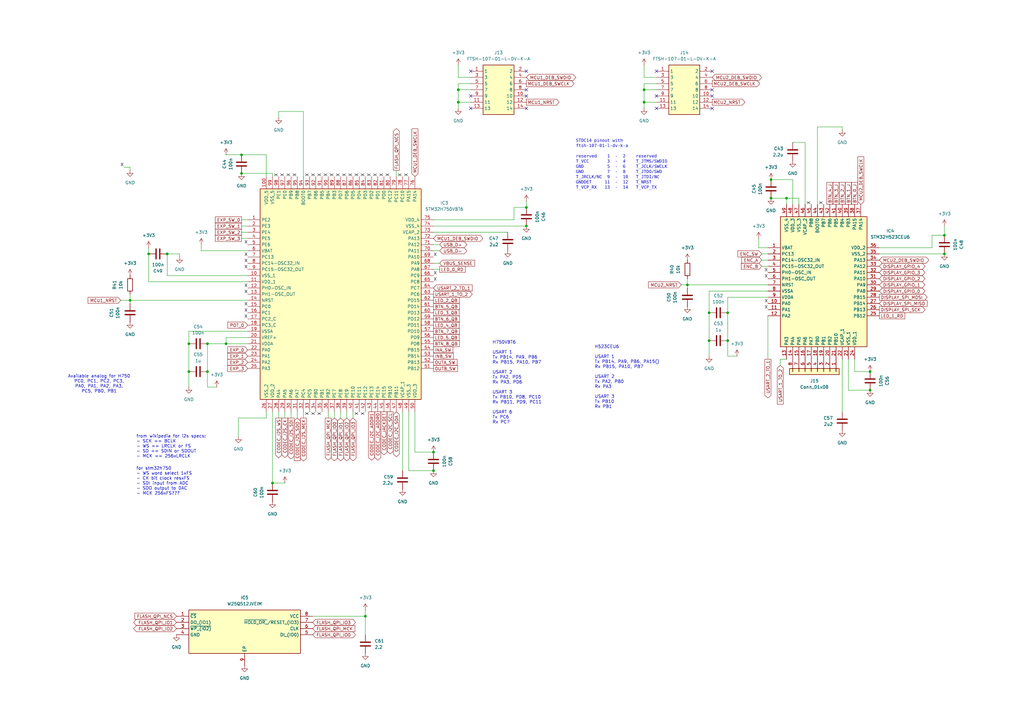
<source format=kicad_sch>
(kicad_sch (version 20250114) (generator "eeschema") (generator_version "9.0")
  (paper "A3")
  (text "H523CEU6\n\nUSART 1\nTx PB14, PA9, PB6, PA15()\nRx PB15, PA10, PB7\n\nUSART 2\nTx PA2, PB0\nRx PA3\n\nUSART 3\nTx PB10\nRx PB1" (at 243.84 167.64 0) (effects (font (size 1.27 1.27)) (justify left bottom)))
  (text "for stm32h750\n- WS word select 1xFS\n- CK bit clock resxFS\n- SDI input from ADC\n- SDO output to DAC\n- MCK 256xFS???" (at 55.88 203.2 0) (effects (font (size 1.27 1.27)) (justify left bottom)))
  (text "H750VBT6\n\nUSART 1\nTx PB14, PA9, PB6\nRx PB15, PA10, PB7\n\nUSART 2\nTx PA2, PD5\nRx PA3, PD6\n\nUSART 3\nTx PB10, PD8, PC10\nRx PB11, PD9, PC11\n\nUSART 6\nTx PC6\nRx PC7" (at 201.93 173.99 0) (effects (font (size 1.27 1.27)) (justify left bottom)))
  (text "STDC14 pinout with\nftsh-107-01-l-dv-k-a\n\nreserved    1  -  2    reserved\nT_VCC       3  -  4    T_JTMS/SWDIO\nGND         5  -  6    T_JCLK/SWCLK\nGND         7  -  8    T_JTDO/SWO\nT_JRCLK/NC  9  -  10   T_JTDI/NC\nGNDDET     11  -  12   T_NRST\nT_VCP_RX   13  -  14   T_VCP_TX" (at 236.22 67.818 0) (effects (font (size 1.27 1.27)) (justify left)))
  (text "from wikipedia for i2s specs:\n- SCK == BCLK\n- WS == LRCLK or FS\n- SD == SDIN or SDOUT\n- MCK == 256xLRCLK\n" (at 55.88 187.96 0) (effects (font (size 1.27 1.27)) (justify left bottom)))
  (text "Available analog for H750\nPC0, PC1, PC2, PC3,\nPA0, PA1, PA2, PA3,\nPC5, PB0, PB1" (at 40.64 157.48 0) (effects (font (size 1.27 1.27))))
  (junction (at 215.9 92.71))
  (junction (at 290.83 128.27))
  (junction (at 290.83 139.7))
  (junction (at 68.58 104.14))
  (junction (at 187.96 41.91))
  (junction (at 387.35 96.52))
  (junction (at 187.96 36.83))
  (junction (at 77.47 140.97))
  (junction (at 215.9 85.09))
  (junction (at 99.06 71.12))
  (junction (at 85.09 152.4))
  (junction (at 316.23 81.28))
  (junction (at 77.47 152.4))
  (junction (at 298.45 139.7))
  (junction (at 111.76 198.12))
  (junction (at 322.58 81.28))
  (junction (at 177.8 185.42))
  (junction (at 264.16 41.91))
  (junction (at 387.35 104.14))
  (junction (at 281.94 116.84))
  (junction (at 92.71 140.97))
  (junction (at 356.87 160.02))
  (junction (at 316.23 73.66))
  (junction (at 149.86 252.73))
  (junction (at 85.09 140.97))
  (junction (at 298.45 128.27))
  (junction (at 356.87 152.4))
  (junction (at 53.34 123.19))
  (junction (at 264.16 36.83))
  (junction (at 177.8 193.04))
  (junction (at 60.96 104.14))
  (junction (at 99.06 63.5))
  (no_connect (at 292.1 36.83))
  (no_connect (at 269.24 44.45))
  (no_connect (at 215.9 44.45))
  (no_connect (at 215.9 39.37))
  (no_connect (at 193.04 39.37))
  (no_connect (at 269.24 39.37))
  (no_connect (at 292.1 44.45))
  (no_connect (at 193.04 44.45))
  (no_connect (at 215.9 29.21))
  (no_connect (at 269.24 29.21))
  (no_connect (at 215.9 36.83))
  (no_connect (at 292.1 39.37))
  (no_connect (at 292.1 29.21))
  (no_connect (at 193.04 29.21))
  (wire (pts (xy 264.16 31.75) (xy 269.24 31.75)))
  (wire (pts (xy 60.96 115.57) (xy 101.6 115.57)))
  (wire (pts (xy 85.09 140.97) (xy 85.09 152.4)))
  (wire (pts (xy 53.34 124.46) (xy 53.34 123.19)))
  (wire (pts (xy 335.28 52.07) (xy 335.28 83.82)))
  (wire (pts (xy 281.94 118.11) (xy 281.94 116.84)))
  (wire (pts (xy 49.53 123.19) (xy 53.34 123.19)))
  (wire (pts (xy 316.23 81.28) (xy 322.58 81.28)))
  (wire (pts (xy 177.8 90.17) (xy 210.82 90.17)))
  (wire (pts (xy 187.96 26.67) (xy 187.96 31.75)))
  (wire (pts (xy 382.27 101.6) (xy 360.68 101.6)))
  (wire (pts (xy 180.34 107.95) (xy 177.8 107.95)))
  (wire (pts (xy 114.3 45.72) (xy 124.46 45.72)))
  (wire (pts (xy 53.34 120.65) (xy 53.34 123.19)))
  (wire (pts (xy 302.26 146.05) (xy 298.45 146.05)))
  (wire (pts (xy 137.16 171.45) (xy 137.16 168.91)))
  (wire (pts (xy 311.15 97.79) (xy 311.15 101.6)))
  (wire (pts (xy 345.44 168.91) (xy 345.44 147.32)))
  (wire (pts (xy 298.45 128.27) (xy 298.45 139.7)))
  (wire (pts (xy 77.47 152.4) (xy 77.47 158.75)))
  (wire (pts (xy 77.47 135.89) (xy 77.47 140.97)))
  (wire (pts (xy 382.27 96.52) (xy 382.27 101.6)))
  (wire (pts (xy 114.3 171.45) (xy 114.3 168.91)))
  (wire (pts (xy 347.98 160.02) (xy 356.87 160.02)))
  (wire (pts (xy 77.47 140.97) (xy 77.47 152.4)))
  (wire (pts (xy 99.06 95.25) (xy 101.6 95.25)))
  (wire (pts (xy 128.27 252.73) (xy 149.86 252.73)))
  (wire (pts (xy 187.96 34.29) (xy 187.96 36.83)))
  (wire (pts (xy 53.34 68.58) (xy 53.34 69.85)))
  (wire (pts (xy 124.46 171.45) (xy 124.46 168.91)))
  (wire (pts (xy 167.64 193.04) (xy 167.64 168.91)))
  (wire (pts (xy 311.15 101.6) (xy 314.96 101.6)))
  (wire (pts (xy 187.96 31.75) (xy 193.04 31.75)))
  (wire (pts (xy 60.96 104.14) (xy 60.96 115.57)))
  (wire (pts (xy 187.96 44.45) (xy 187.96 41.91)))
  (wire (pts (xy 314.96 129.54) (xy 314.96 147.32)))
  (wire (pts (xy 92.71 63.5) (xy 99.06 63.5)))
  (wire (pts (xy 193.04 34.29) (xy 187.96 34.29)))
  (wire (pts (xy 116.84 171.45) (xy 116.84 168.91)))
  (wire (pts (xy 327.66 81.28) (xy 322.58 81.28)))
  (wire (pts (xy 187.96 41.91) (xy 193.04 41.91)))
  (wire (pts (xy 264.16 26.67) (xy 264.16 31.75)))
  (wire (pts (xy 320.04 147.32) (xy 322.58 147.32)))
  (wire (pts (xy 124.46 45.72) (xy 124.46 72.39)))
  (wire (pts (xy 264.16 34.29) (xy 264.16 36.83)))
  (wire (pts (xy 88.9 158.75) (xy 85.09 158.75)))
  (wire (pts (xy 139.7 171.45) (xy 139.7 168.91)))
  (wire (pts (xy 99.06 92.71) (xy 101.6 92.71)))
  (wire (pts (xy 170.18 185.42) (xy 177.8 185.42)))
  (wire (pts (xy 77.47 135.89) (xy 101.6 135.89)))
  (wire (pts (xy 264.16 36.83) (xy 269.24 36.83)))
  (wire (pts (xy 264.16 36.83) (xy 264.16 41.91)))
  (wire (pts (xy 119.38 171.45) (xy 119.38 168.91)))
  (wire (pts (xy 60.96 101.6) (xy 60.96 104.14)))
  (wire (pts (xy 142.24 171.45) (xy 142.24 168.91)))
  (wire (pts (xy 360.68 104.14) (xy 387.35 104.14)))
  (wire (pts (xy 264.16 41.91) (xy 269.24 41.91)))
  (wire (pts (xy 314.96 119.38) (xy 290.83 119.38)))
  (wire (pts (xy 298.45 146.05) (xy 298.45 139.7)))
  (wire (pts (xy 144.78 171.45) (xy 144.78 168.91)))
  (wire (pts (xy 180.34 102.87) (xy 177.8 102.87)))
  (wire (pts (xy 111.76 72.39) (xy 111.76 71.12)))
  (wire (pts (xy 85.09 140.97) (xy 92.71 140.97)))
  (wire (pts (xy 290.83 139.7) (xy 290.83 146.05)))
  (wire (pts (xy 177.8 95.25) (xy 208.28 95.25)))
  (wire (pts (xy 92.71 138.43) (xy 101.6 138.43)))
  (wire (pts (xy 187.96 36.83) (xy 187.96 41.91)))
  (wire (pts (xy 290.83 128.27) (xy 290.83 139.7)))
  (wire (pts (xy 327.66 83.82) (xy 327.66 81.28)))
  (wire (pts (xy 279.4 116.84) (xy 281.94 116.84)))
  (wire (pts (xy 180.34 100.33) (xy 177.8 100.33)))
  (wire (pts (xy 330.2 58.42) (xy 325.12 58.42)))
  (wire (pts (xy 170.18 185.42) (xy 170.18 168.91)))
  (wire (pts (xy 111.76 168.91) (xy 111.76 198.12)))
  (wire (pts (xy 187.96 36.83) (xy 193.04 36.83)))
  (wire (pts (xy 53.34 123.19) (xy 101.6 123.19)))
  (wire (pts (xy 167.64 193.04) (xy 177.8 193.04)))
  (wire (pts (xy 382.27 96.52) (xy 387.35 96.52)))
  (wire (pts (xy 165.1 193.04) (xy 165.1 168.91)))
  (wire (pts (xy 68.58 113.03) (xy 101.6 113.03)))
  (wire (pts (xy 162.56 69.85) (xy 162.56 72.39)))
  (wire (pts (xy 290.83 119.38) (xy 290.83 128.27)))
  (wire (pts (xy 109.22 171.45) (xy 109.22 168.91)))
  (wire (pts (xy 109.22 63.5) (xy 109.22 72.39)))
  (wire (pts (xy 312.42 109.22) (xy 314.96 109.22)))
  (wire (pts (xy 387.35 96.52) (xy 387.35 92.71)))
  (wire (pts (xy 149.86 252.73) (xy 149.86 260.35)))
  (wire (pts (xy 281.94 114.3) (xy 281.94 116.84)))
  (wire (pts (xy 320.04 149.86) (xy 320.04 147.32)))
  (wire (pts (xy 177.8 92.71) (xy 215.9 92.71)))
  (wire (pts (xy 325.12 83.82) (xy 325.12 73.66)))
  (wire (pts (xy 210.82 85.09) (xy 210.82 90.17)))
  (wire (pts (xy 180.34 110.49) (xy 177.8 110.49)))
  (wire (pts (xy 330.2 83.82) (xy 330.2 58.42)))
  (wire (pts (xy 322.58 81.28) (xy 322.58 83.82)))
  (wire (pts (xy 50.8 68.58) (xy 53.34 68.58)))
  (wire (pts (xy 298.45 121.92) (xy 298.45 128.27)))
  (wire (pts (xy 281.94 116.84) (xy 314.96 116.84)))
  (wire (pts (xy 99.06 97.79) (xy 101.6 97.79)))
  (wire (pts (xy 350.52 152.4) (xy 356.87 152.4)))
  (wire (pts (xy 269.24 34.29) (xy 264.16 34.29)))
  (wire (pts (xy 210.82 85.09) (xy 215.9 85.09)))
  (wire (pts (xy 82.55 102.87) (xy 101.6 102.87)))
  (wire (pts (xy 97.79 179.07) (xy 97.79 171.45)))
  (wire (pts (xy 73.66 104.14) (xy 68.58 104.14)))
  (wire (pts (xy 85.09 158.75) (xy 85.09 152.4)))
  (wire (pts (xy 101.6 140.97) (xy 92.71 140.97)))
  (wire (pts (xy 215.9 82.55) (xy 215.9 85.09)))
  (wire (pts (xy 99.06 90.17) (xy 101.6 90.17)))
  (wire (pts (xy 345.44 53.34) (xy 345.44 52.07)))
  (wire (pts (xy 312.42 104.14) (xy 314.96 104.14)))
  (wire (pts (xy 97.79 171.45) (xy 109.22 171.45)))
  (wire (pts (xy 314.96 121.92) (xy 298.45 121.92)))
  (wire (pts (xy 99.06 63.5) (xy 109.22 63.5)))
  (wire (pts (xy 73.66 105.41) (xy 73.66 104.14)))
  (wire (pts (xy 350.52 147.32) (xy 350.52 152.4)))
  (wire (pts (xy 121.92 171.45) (xy 121.92 168.91)))
  (wire (pts (xy 114.3 48.26) (xy 114.3 45.72)))
  (wire (pts (xy 99.06 71.12) (xy 111.76 71.12)))
  (wire (pts (xy 82.55 100.33) (xy 82.55 102.87)))
  (wire (pts (xy 149.86 250.19) (xy 149.86 252.73)))
  (wire (pts (xy 312.42 106.68) (xy 314.96 106.68)))
  (wire (pts (xy 92.71 140.97) (xy 92.71 138.43)))
  (wire (pts (xy 134.62 171.45) (xy 134.62 168.91)))
  (wire (pts (xy 264.16 44.45) (xy 264.16 41.91)))
  (wire (pts (xy 325.12 73.66) (xy 316.23 73.66)))
  (wire (pts (xy 335.28 52.07) (xy 345.44 52.07)))
  (wire (pts (xy 116.84 198.12) (xy 111.76 198.12)))
  (wire (pts (xy 68.58 104.14) (xy 68.58 113.03)))
  (wire (pts (xy 347.98 147.32) (xy 347.98 160.02)))
  (label "X" (at 149.86 168.91 270))
  (label "X" (at 101.6 105.41 180))
  (label "X" (at 101.6 118.11 180))
  (label "X" (at 101.6 107.95 180))
  (label "X" (at 101.6 128.27 180))
  (label "X" (at 101.6 120.65 180))
  (label "X" (at 152.4 72.39 90))
  (label "X" (at 154.94 72.39 90))
  (label "X" (at 134.62 72.39 90))
  (label "X" (at 132.08 72.39 90))
  (label "X" (at 119.38 72.39 90))
  (label "X" (at 101.6 125.73 180))
  (label "X" (at 114.3 72.39 90))
  (label "X" (at 101.6 100.33 180))
  (label "X" (at 121.92 72.39 90))
  (label "X" (at 157.48 72.39 90))
  (label "X" (at 116.84 72.39 90))
  (label "X" (at 147.32 72.39 90))
  (label "X" (at 129.54 72.39 90))
  (label "X" (at 177.8 105.41 0))
  (label "X" (at 127 168.91 270))
  (label "X" (at 149.86 72.39 90))
  (label "X" (at 177.8 115.57 0))
  (label "X" (at 337.82 83.82 90))
  (label "X" (at 314.96 127 180))
  (label "X" (at 132.08 168.91 270))
  (label "X" (at 160.02 72.39 90))
  (label "X" (at 50.8 68.58 180))
  (label "X" (at 101.6 130.81 180))
  (label "X" (at 129.54 168.91 270))
  (label "X" (at 139.7 72.39 90))
  (label "X" (at 314.96 124.46 180))
  (label "X" (at 332.74 83.82 90))
  (label "X" (at 147.32 168.91 270))
  (label "X" (at 314.96 111.76 180))
  (label "X" (at 144.78 72.39 90))
  (label "X" (at 165.1 72.39 90))
  (label "X" (at 142.24 72.39 90))
  (label "X" (at 177.8 113.03 0))
  (label "X" (at 137.16 72.39 90))
  (label "X" (at 101.6 110.49 180))
  (label "X" (at 314.96 114.3 180))
  (label "X" (at 127 72.39 90))
  (label "X" (at 167.64 72.39 90))
  (global_label "EXP_1" (shape input) (at 101.6 146.05 180) (property "Intersheetrefs" "${INTERSHEET_REFS}" (effects (hide yes))))
  (global_label "FLASH_QPI_IO0" (shape bidirectional) (at 128.27 260.35 0) (property "Intersheetrefs" "${INTERSHEET_REFS}" (effects (hide yes))))
  (global_label "BTN_6_QB" (shape passive) (at 177.8 130.81 0) (property "Intersheetrefs" "${INTERSHEET_REFS}" (effects (hide yes))))
  (global_label "DISPLAY_GPIO_3" (shape bidirectional) (at 360.68 111.76 0) (property "Intersheetrefs" "${INTERSHEET_REFS}" (effects (hide yes))))
  (global_label "FLASH_QPI_IO2" (shape bidirectional) (at 72.39 257.81 180) (property "Intersheetrefs" "${INTERSHEET_REFS}" (effects (hide yes))))
  (global_label "LED_0_RD" (shape passive) (at 180.34 110.49 0) (property "Intersheetrefs" "${INTERSHEET_REFS}" (effects (hide yes))))
  (global_label "MCU2_NRST" (shape output) (at 292.1 41.91 0) (property "Intersheetrefs" "${INTERSHEET_REFS}" (effects (hide yes))))
  (global_label "EXP_SW_3" (shape passive) (at 99.06 97.79 180) (property "Intersheetrefs" "${INTERSHEET_REFS}" (effects (hide yes))))
  (global_label "USART_2_TO_1" (shape output) (at 314.96 147.32 270) (property "Intersheetrefs" "${INTERSHEET_REFS}" (effects (hide yes))))
  (global_label "FLASH_QPI_IO1" (shape bidirectional) (at 139.7 171.45 270) (property "Intersheetrefs" "${INTERSHEET_REFS}" (effects (hide yes))))
  (global_label "ENC_SW" (shape input) (at 312.42 104.14 180) (property "Intersheetrefs" "${INTERSHEET_REFS}" (effects (hide yes))))
  (global_label "DISPLAY_GPIO_1" (shape bidirectional) (at 360.68 116.84 0) (property "Intersheetrefs" "${INTERSHEET_REFS}" (effects (hide yes))))
  (global_label "FLASH_QPI_IO3" (shape bidirectional) (at 128.27 255.27 0) (property "Intersheetrefs" "${INTERSHEET_REFS}" (effects (hide yes))))
  (global_label "ENC_B" (shape input) (at 312.42 109.22 180) (property "Intersheetrefs" "${INTERSHEET_REFS}" (effects (hide yes))))
  (global_label "FLASH_QPI_IO1" (shape bidirectional) (at 72.39 255.27 180) (property "Intersheetrefs" "${INTERSHEET_REFS}" (effects (hide yes))))
  (global_label "CODEC_I2S_SDI" (shape output) (at 119.38 171.45 270) (property "Intersheetrefs" "${INTERSHEET_REFS}" (effects (hide yes))))
  (global_label "CODEC_JACKDET" (shape output) (at 157.48 168.91 270) (property "Intersheetrefs" "${INTERSHEET_REFS}" (effects (hide yes))))
  (global_label "USB_D-" (shape bidirectional) (at 180.34 102.87 0) (property "Intersheetrefs" "${INTERSHEET_REFS}" (effects (hide yes))))
  (global_label "MCU2_NRST" (shape input) (at 279.4 116.84 180) (property "Intersheetrefs" "${INTERSHEET_REFS}" (effects (hide yes))))
  (global_label "BTN_3_J" (shape passive) (at 342.9 83.82 90) (property "Intersheetrefs" "${INTERSHEET_REFS}" (effects (hide yes))))
  (global_label "FLASH_QPI_IO3" (shape bidirectional) (at 144.78 171.45 270) (property "Intersheetrefs" "${INTERSHEET_REFS}" (effects (hide yes))))
  (global_label "MCU1_DEB_SWDIO" (shape bidirectional) (at 215.9 31.75 0) (property "Intersheetrefs" "${INTERSHEET_REFS}" (effects (hide yes))))
  (global_label "CODEC_I2C_SDA" (shape bidirectional) (at 162.56 168.91 270) (property "Intersheetrefs" "${INTERSHEET_REFS}" (effects (hide yes))))
  (global_label "CODEC_I2C_ADDR1" (shape output) (at 152.4 168.91 270) (property "Intersheetrefs" "${INTERSHEET_REFS}" (effects (hide yes))))
  (global_label "MCU1_DEB_SWCLK" (shape input) (at 170.18 72.39 90) (property "Intersheetrefs" "${INTERSHEET_REFS}" (effects (hide yes))))
  (global_label "MCU2_DEB_SWDIO" (shape bidirectional) (at 360.68 106.68 0) (property "Intersheetrefs" "${INTERSHEET_REFS}" (effects (hide yes))))
  (global_label "OUTA_SW" (shape passive) (at 177.8 148.59 0) (property "Intersheetrefs" "${INTERSHEET_REFS}" (effects (hide yes))))
  (global_label "EXP_SW_1" (shape passive) (at 99.06 92.71 180) (property "Intersheetrefs" "${INTERSHEET_REFS}" (effects (hide yes))))
  (global_label "CODEC_I2C_SCL" (shape output) (at 160.02 168.91 270) (property "Intersheetrefs" "${INTERSHEET_REFS}" (effects (hide yes))))
  (global_label "CODEC_I2S_CK" (shape output) (at 116.84 171.45 270) (property "Intersheetrefs" "${INTERSHEET_REFS}" (effects (hide yes))))
  (global_label "MCU1_NRST" (shape input) (at 49.53 123.19 180) (property "Intersheetrefs" "${INTERSHEET_REFS}" (effects (hide yes))))
  (global_label "MCU2_DEB_SWDIO" (shape bidirectional) (at 292.1 31.75 0) (property "Intersheetrefs" "${INTERSHEET_REFS}" (effects (hide yes))))
  (global_label "FLASH_QPI_IO2" (shape bidirectional) (at 142.24 171.45 270) (property "Intersheetrefs" "${INTERSHEET_REFS}" (effects (hide yes))))
  (global_label "FLASH_QPI_NCS" (shape output) (at 162.56 69.85 90) (property "Intersheetrefs" "${INTERSHEET_REFS}" (effects (hide yes))))
  (global_label "MCU1_DEB_SWCLK" (shape output) (at 215.9 34.29 0) (property "Intersheetrefs" "${INTERSHEET_REFS}" (effects (hide yes))))
  (global_label "MCU2_DEB_SWCLK" (shape output) (at 292.1 34.29 0) (property "Intersheetrefs" "${INTERSHEET_REFS}" (effects (hide yes))))
  (global_label "EXP_SW_0" (shape passive) (at 99.06 90.17 180) (property "Intersheetrefs" "${INTERSHEET_REFS}" (effects (hide yes))))
  (global_label "DISPLAY_SPI_SCK" (shape output) (at 360.68 127 0) (property "Intersheetrefs" "${INTERSHEET_REFS}" (effects (hide yes))))
  (global_label "LED_3_QB" (shape passive) (at 177.8 128.27 0) (property "Intersheetrefs" "${INTERSHEET_REFS}" (effects (hide yes))))
  (global_label "POT_0" (shape input) (at 101.6 133.35 180) (property "Intersheetrefs" "${INTERSHEET_REFS}" (effects (hide yes))))
  (global_label "VBUS_SENSE" (shape input) (at 180.34 107.95 0) (property "Intersheetrefs" "${INTERSHEET_REFS}" (effects (hide yes))))
  (global_label "ENC_A" (shape input) (at 312.42 106.68 180) (property "Intersheetrefs" "${INTERSHEET_REFS}" (effects (hide yes))))
  (global_label "MCU1_DEB_SWDIO" (shape bidirectional) (at 177.8 97.79 0) (property "Intersheetrefs" "${INTERSHEET_REFS}" (effects (hide yes))))
  (global_label "LED_5_QB" (shape passive) (at 177.8 138.43 0) (property "Intersheetrefs" "${INTERSHEET_REFS}" (effects (hide yes))))
  (global_label "BTN_1_J" (shape passive) (at 347.98 83.82 90) (property "Intersheetrefs" "${INTERSHEET_REFS}" (effects (hide yes))))
  (global_label "BTN_5_QB" (shape passive) (at 177.8 125.73 0) (property "Intersheetrefs" "${INTERSHEET_REFS}" (effects (hide yes))))
  (global_label "LED_4_QB" (shape passive) (at 177.8 133.35 0) (property "Intersheetrefs" "${INTERSHEET_REFS}" (effects (hide yes))))
  (global_label "DISPLAY_GPIO_2" (shape bidirectional) (at 360.68 114.3 0) (property "Intersheetrefs" "${INTERSHEET_REFS}" (effects (hide yes))))
  (global_label "CODEC_I2S_WS" (shape output) (at 114.3 171.45 270) (property "Intersheetrefs" "${INTERSHEET_REFS}" (effects (hide yes))))
  (global_label "BTN_8_QB" (shape passive) (at 177.8 140.97 0) (property "Intersheetrefs" "${INTERSHEET_REFS}" (effects (hide yes))))
  (global_label "EXP_0" (shape input) (at 101.6 143.51 180) (property "Intersheetrefs" "${INTERSHEET_REFS}" (effects (hide yes))))
  (global_label "USART_1_TO_2" (shape output) (at 177.8 120.65 0) (property "Intersheetrefs" "${INTERSHEET_REFS}" (effects (hide yes))))
  (global_label "EXP_2" (shape input) (at 101.6 148.59 180) (property "Intersheetrefs" "${INTERSHEET_REFS}" (effects (hide yes))))
  (global_label "OUTB_SW" (shape passive) (at 177.8 151.13 0) (property "Intersheetrefs" "${INTERSHEET_REFS}" (effects (hide yes))))
  (global_label "CODEC_I2S_MCK" (shape output) (at 124.46 171.45 270) (property "Intersheetrefs" "${INTERSHEET_REFS}" (effects (hide yes))))
  (global_label "EXP_3" (shape input) (at 101.6 151.13 180) (property "Intersheetrefs" "${INTERSHEET_REFS}" (effects (hide yes))))
  (global_label "BTN_4_J" (shape passive) (at 340.36 83.82 90) (property "Intersheetrefs" "${INTERSHEET_REFS}" (effects (hide yes))))
  (global_label "MCU1_NRST" (shape output) (at 215.9 41.91 0) (property "Intersheetrefs" "${INTERSHEET_REFS}" (effects (hide yes))))
  (global_label "FLASH_QPI_MCK" (shape output) (at 134.62 171.45 270) (property "Intersheetrefs" "${INTERSHEET_REFS}" (effects (hide yes))))
  (global_label "INA_SW" (shape passive) (at 177.8 143.51 0) (property "Intersheetrefs" "${INTERSHEET_REFS}" (effects (hide yes))))
  (global_label "USART_2_TO_1" (shape input) (at 177.8 118.11 0) (property "Intersheetrefs" "${INTERSHEET_REFS}" (effects (hide yes))))
  (global_label "INB_SW" (shape passive) (at 177.8 146.05 0) (property "Intersheetrefs" "${INTERSHEET_REFS}" (effects (hide yes))))
  (global_label "MCU2_DEB_SWCLK" (shape input) (at 353.06 83.82 90) (property "Intersheetrefs" "${INTERSHEET_REFS}" (effects (hide yes))))
  (global_label "DISPLAY_SPI_MISO" (shape input) (at 360.68 124.46 0) (property "Intersheetrefs" "${INTERSHEET_REFS}" (effects (hide yes))))
  (global_label "BTN_0_J" (shape passive) (at 350.52 83.82 90) (property "Intersheetrefs" "${INTERSHEET_REFS}" (effects (hide yes))))
  (global_label "FLASH_QPI_IO0" (shape bidirectional) (at 137.16 171.45 270) (property "Intersheetrefs" "${INTERSHEET_REFS}" (effects (hide yes))))
  (global_label "CODEC_I2C_ADDR0" (shape output) (at 154.94 168.91 270) (property "Intersheetrefs" "${INTERSHEET_REFS}" (effects (hide yes))))
  (global_label "EXP_SW_2" (shape passive) (at 99.06 95.25 180) (property "Intersheetrefs" "${INTERSHEET_REFS}" (effects (hide yes))))
  (global_label "DISPLAY_GPIO_0" (shape bidirectional) (at 360.68 119.38 0) (property "Intersheetrefs" "${INTERSHEET_REFS}" (effects (hide yes))))
  (global_label "BTN_2_J" (shape passive) (at 345.44 83.82 90) (property "Intersheetrefs" "${INTERSHEET_REFS}" (effects (hide yes))))
  (global_label "CODEC_I2S_SDO" (shape input) (at 121.92 171.45 270) (property "Intersheetrefs" "${INTERSHEET_REFS}" (effects (hide yes))))
  (global_label "BTN_7_QB" (shape passive) (at 177.8 135.89 0) (property "Intersheetrefs" "${INTERSHEET_REFS}" (effects (hide yes))))
  (global_label "USB_D+" (shape bidirectional) (at 180.34 100.33 0) (property "Intersheetrefs" "${INTERSHEET_REFS}" (effects (hide yes))))
  (global_label "LED_2_QB" (shape passive) (at 177.8 123.19 0) (property "Intersheetrefs" "${INTERSHEET_REFS}" (effects (hide yes))))
  (global_label "USART_1_TO_2" (shape input) (at 320.04 149.86 270) (property "Intersheetrefs" "${INTERSHEET_REFS}" (effects (hide yes))))
  (global_label "DISPLAY_SPI_MOSI" (shape output) (at 360.68 121.92 0) (property "Intersheetrefs" "${INTERSHEET_REFS}" (effects (hide yes))))
  (global_label "LED_1_RD" (shape passive) (at 360.68 129.54 0) (property "Intersheetrefs" "${INTERSHEET_REFS}" (effects (hide yes))))
  (global_label "FLASH_QPI_MCK" (shape input) (at 128.27 257.81 0) (property "Intersheetrefs" "${INTERSHEET_REFS}" (effects (hide yes))))
  (global_label "FLASH_QPI_NCS" (shape input) (at 72.39 252.73 180) (property "Intersheetrefs" "${INTERSHEET_REFS}" (effects (hide yes))))
  (global_label "DISPLAY_GPIO_4" (shape bidirectional) (at 360.68 109.22 0) (property "Intersheetrefs" "${INTERSHEET_REFS}" (effects (hide yes))))
  (symbol (lib_name "GND_1") (lib_id "power:GND") (at 149.86 267.97 0) (unit 1)
    (property "Reference" "#PWR0122" (effects (hide yes)))
    (property "Value" "GND" (at 149.86 273.05 0))
    (property "Description" "Power symbol creates a global label with name \"GND\" , ground" (effects (hide yes)))
  )
  (symbol (lib_id "Device:C") (at 316.23 77.47 0) (mirror y) (unit 1)
    (property "Reference" "C45" (at 309.245 77.47 90))
    (property "Value" "100n" (at 311.785 77.47 90))
    (property "Footprint" "Capacitor_SMD:C_0603_1608Metric_Pad1.08x0.95mm_HandSolder" (effects (hide yes)))
  )
  (symbol (lib_name "GND_1") (lib_id "power:GND") (at 77.47 158.75 0) (unit 1)
    (property "Reference" "#PWR0110" (effects (hide yes)))
    (property "Value" "GND" (at 77.47 163.83 0))
    (property "Description" "Power symbol creates a global label with name \"GND\" , ground" (effects (hide yes)))
  )
  (symbol (lib_name "GND_1") (lib_id "power:GND") (at 100.33 273.05 0) (unit 1)
    (property "Reference" "#PWR0123" (effects (hide yes)))
    (property "Value" "GND" (at 100.33 278.13 0))
    (property "Description" "Power symbol creates a global label with name \"GND\" , ground" (effects (hide yes)))
  )
  (symbol (lib_name "+3V3_1") (lib_id "power:+3V3") (at 53.34 113.03 0) (unit 1)
    (property "Reference" "#PWR0104" (effects (hide yes)))
    (property "Value" "+3V3" (at 53.34 107.95 0))
    (property "Description" "Power symbol creates a global label with name \"+3V3\"" (effects (hide yes)))
  )
  (symbol (lib_id "Device:C") (at 281.94 121.92 180) (unit 1)
    (property "Reference" "C50" (at 274.32 121.92 90))
    (property "Value" "100n" (at 276.86 121.92 90))
    (property "Footprint" "Capacitor_SMD:C_0603_1608Metric_Pad1.08x0.95mm_HandSolder" (effects (hide yes)))
  )
  (symbol (lib_name "GND_1") (lib_id "power:GND") (at 215.9 92.71 0) (unit 1)
    (property "Reference" "#PWR095" (effects (hide yes)))
    (property "Value" "GND" (at 215.9 97.79 0))
    (property "Description" "Power symbol creates a global label with name \"GND\" , ground" (effects (hide yes)))
  )
  (symbol (lib_name "+3V3_1") (lib_id "power:+3V3") (at 215.9 82.55 0) (unit 1)
    (property "Reference" "#PWR094" (effects (hide yes)))
    (property "Value" "+3V3" (at 215.9 77.47 0))
    (property "Description" "Power symbol creates a global label with name \"+3V3\"" (effects (hide yes)))
  )
  (symbol (lib_id "Device:R") (at 281.94 110.49 0) (mirror y) (unit 1)
    (property "Reference" "R40" (at 275.59 110.49 90))
    (property "Value" "10k" (at 278.13 110.49 90))
    (property "Footprint" "Resistor_SMD:R_0603_1608Metric_Pad0.98x0.95mm_HandSolder" (effects (hide yes)))
  )
  (symbol (lib_name "+3V3_1") (lib_id "power:+3V3") (at 264.16 26.67 0) (unit 1)
    (property "Reference" "#PWR083" (effects (hide yes)))
    (property "Value" "+3V3" (at 264.16 21.59 0))
    (property "Description" "Power symbol creates a global label with name \"+3V3\"" (effects (hide yes)))
  )
  (symbol (lib_id "library:STM32H523CEU6") (at 314.96 101.6 0) (unit 1)
    (property "Reference" "IC4" (at 365.125 94.6719 0))
    (property "Value" "STM32H523CEU6" (at 365.125 97.2119 0))
    (property "Footprint" "library:QFN50P700X700X60-49N-D" (effects (hide yes)))
    (property "Datasheet" "https://www.arrow.com/en/products/stm32h523ceu6/stmicroelectronics?region=nac" (effects (hide yes)))
    (property "Height" "0.6" (effects (hide yes)))
    (property "Manufacturer_Name" "STMicroelectronics" (effects (hide yes)))
    (property "Manufacturer_Part_Number" "STM32H523CEU6" (effects (hide yes)))
    (property "Mouser Part Number" "511-STM32H523CEU6" (effects (hide yes)))
    (property "Mouser Price/Stock" "https://www.mouser.co.uk/ProductDetail/STMicroelectronics/STM32H523CEU6?qs=ZcfC38r4Pot%2FWfU8ati%252BDA%3D%3D" (effects (hide yes)))
    (property "Arrow Part Number" "STM32H523CEU6" (effects (hide yes)))
    (property "Arrow Price/Stock" "https://www.arrow.com/en/products/stm32h523ceu6/stmicroelectronics?region=nac" (effects (hide yes)))
  )
  (symbol (lib_id "Device:C") (at 356.87 156.21 0) (unit 1)
    (property "Reference" "C56" (at 363.855 156.21 90))
    (property "Value" "100n" (at 361.315 156.21 90))
    (property "Footprint" "Capacitor_SMD:C_0603_1608Metric_Pad1.08x0.95mm_HandSolder" (effects (hide yes)))
  )
  (symbol (lib_name "+3V3_1") (lib_id "power:+3V3") (at 177.8 185.42 0) (unit 1)
    (property "Reference" "#PWR0115" (effects (hide yes)))
    (property "Value" "+3V3" (at 177.8 180.34 0))
    (property "Description" "Power symbol creates a global label with name \"+3V3\"" (effects (hide yes)))
  )
  (symbol (lib_name "GND_1") (lib_id "power:GND") (at 97.79 179.07 0) (unit 1)
    (property "Reference" "#PWR0114" (effects (hide yes)))
    (property "Value" "GND" (at 97.79 184.15 0))
    (property "Description" "Power symbol creates a global label with name \"GND\" , ground" (effects (hide yes)))
  )
  (symbol (lib_name "GND_1") (lib_id "power:GND") (at 345.44 176.53 0) (unit 1)
    (property "Reference" "#PWR0113" (effects (hide yes)))
    (property "Value" "GND" (at 345.44 181.61 0))
    (property "Description" "Power symbol creates a global label with name \"GND\" , ground" (effects (hide yes)))
  )
  (symbol (lib_id "Device:C") (at 111.76 201.93 180) (unit 1)
    (property "Reference" "C60" (at 104.775 201.93 90))
    (property "Value" "100n" (at 107.315 201.93 90))
    (property "Footprint" "Capacitor_SMD:C_0603_1608Metric_Pad1.08x0.95mm_HandSolder" (effects (hide yes)))
  )
  (symbol (lib_id "Device:C") (at 325.12 62.23 0) (mirror y) (unit 1)
    (property "Reference" "C43" (at 321.31 60.96 0) (effects (justify left)))
    (property "Value" "2.2u" (at 321.31 63.5 0) (effects (justify left)))
    (property "Footprint" "Capacitor_SMD:C_0603_1608Metric_Pad1.08x0.95mm_HandSolder" (effects (hide yes)))
  )
  (symbol (lib_name "GND_1") (lib_id "power:GND") (at 53.34 132.08 0) (unit 1)
    (property "Reference" "#PWR0106" (effects (hide yes)))
    (property "Value" "GND" (at 53.34 137.16 0))
    (property "Description" "Power symbol creates a global label with name \"GND\" , ground" (effects (hide yes)))
  )
  (symbol (lib_id "Device:C") (at 215.9 88.9 0) (unit 1)
    (property "Reference" "C46" (at 222.885 88.9 90))
    (property "Value" "100n" (at 220.345 88.9 90))
    (property "Footprint" "Capacitor_SMD:C_0603_1608Metric_Pad1.08x0.95mm_HandSolder" (effects (hide yes)))
  )
  (symbol (lib_name "+3V3_1") (lib_id "power:+3V3") (at 187.96 26.67 0) (unit 1)
    (property "Reference" "#PWR082" (effects (hide yes)))
    (property "Value" "+3V3" (at 187.96 21.59 0))
    (property "Description" "Power symbol creates a global label with name \"+3V3\"" (effects (hide yes)))
  )
  (symbol (lib_name "+3V3_1") (lib_id "power:+3V3") (at 281.94 106.68 0) (unit 1)
    (property "Reference" "#PWR0103" (effects (hide yes)))
    (property "Value" "+3V3" (at 281.94 101.6 0))
    (property "Description" "Power symbol creates a global label with name \"+3V3\"" (effects (hide yes)))
  )
  (symbol (lib_name "GND_1") (lib_id "power:GND") (at 264.16 44.45 0) (unit 1)
    (property "Reference" "#PWR085" (effects (hide yes)))
    (property "Value" "GND" (at 264.16 49.53 0))
    (property "Description" "Power symbol creates a global label with name \"GND\" , ground" (effects (hide yes)))
  )
  (symbol (lib_name "GND_1") (lib_id "power:GND") (at 208.28 102.87 0) (unit 1)
    (property "Reference" "#PWR0100" (effects (hide yes)))
    (property "Value" "GND" (at 208.28 107.95 0))
    (property "Description" "Power symbol creates a global label with name \"GND\" , ground" (effects (hide yes)))
  )
  (symbol (lib_id "Device:C") (at 177.8 189.23 0) (unit 1)
    (property "Reference" "C58" (at 184.785 189.23 90))
    (property "Value" "100n" (at 182.245 189.23 90))
    (property "Footprint" "Capacitor_SMD:C_0603_1608Metric_Pad1.08x0.95mm_HandSolder" (effects (hide yes)))
  )
  (symbol (lib_name "GND_1") (lib_id "power:GND") (at 325.12 66.04 0) (unit 1)
    (property "Reference" "#PWR089" (effects (hide yes)))
    (property "Value" "GND" (at 325.12 71.12 0))
    (property "Description" "Power symbol creates a global label with name \"GND\" , ground" (effects (hide yes)))
  )
  (symbol (lib_id "Device:C") (at 208.28 99.06 0) (mirror y) (unit 1)
    (property "Reference" "C47" (at 204.47 97.79 0) (effects (justify left)))
    (property "Value" "2u2" (at 204.47 100.33 0) (effects (justify left)))
    (property "Footprint" "Capacitor_SMD:C_0603_1608Metric_Pad1.08x0.95mm_HandSolder" (effects (hide yes)))
  )
  (symbol (lib_id "Device:C") (at 99.06 67.31 0) (mirror y) (unit 1)
    (property "Reference" "C44" (at 92.075 67.31 90))
    (property "Value" "100n" (at 94.615 67.31 90))
    (property "Footprint" "Capacitor_SMD:C_0603_1608Metric_Pad1.08x0.95mm_HandSolder" (effects (hide yes)))
  )
  (symbol (lib_name "GND_1") (lib_id "power:GND") (at 111.76 205.74 0) (unit 1)
    (property "Reference" "#PWR0119" (effects (hide yes)))
    (property "Value" "GND" (at 111.76 210.82 0))
    (property "Description" "Power symbol creates a global label with name \"GND\" , ground" (effects (hide yes)))
  )
  (symbol (lib_name "GND_1") (lib_id "power:GND") (at 345.44 53.34 0) (unit 1)
    (property "Reference" "#PWR087" (effects (hide yes)))
    (property "Value" "GND" (at 345.44 58.42 0))
    (property "Description" "Power symbol creates a global label with name \"GND\" , ground" (effects (hide yes)))
  )
  (symbol (lib_name "GND_1") (lib_id "power:GND") (at 290.83 146.05 0) (unit 1)
    (property "Reference" "#PWR0107" (effects (hide yes)))
    (property "Value" "GND" (at 290.83 151.13 0))
    (property "Description" "Power symbol creates a global label with name \"GND\" , ground" (effects (hide yes)))
  )
  (symbol (lib_name "GND_1") (lib_id "power:GND") (at 99.06 71.12 0) (unit 1)
    (property "Reference" "#PWR091" (effects (hide yes)))
    (property "Value" "GND" (at 99.06 76.2 0))
    (property "Description" "Power symbol creates a global label with name \"GND\" , ground" (effects (hide yes)))
  )
  (symbol (lib_name "+3V3_1") (lib_id "power:+3V3") (at 356.87 152.4 0) (unit 1)
    (property "Reference" "#PWR0109" (effects (hide yes)))
    (property "Value" "+3V3" (at 356.87 147.32 0))
    (property "Description" "Power symbol creates a global label with name \"+3V3\"" (effects (hide yes)))
  )
  (symbol (lib_id "Device:C") (at 165.1 196.85 0) (mirror y) (unit 1)
    (property "Reference" "C59" (at 161.29 195.58 0) (effects (justify left)))
    (property "Value" "2.2u" (at 161.29 198.12 0) (effects (justify left)))
    (property "Footprint" "Capacitor_SMD:C_0603_1608Metric_Pad1.08x0.95mm_HandSolder" (effects (hide yes)))
  )
  (symbol (lib_id "Device:C") (at 294.64 139.7 270) (mirror x) (unit 1)
    (property "Reference" "C53" (at 294.64 132.715 90))
    (property "Value" "1u" (at 294.64 135.255 90))
    (property "Footprint" "Capacitor_SMD:C_0603_1608Metric_Pad1.08x0.95mm_HandSolder" (effects (hide yes)))
  )
  (symbol (lib_id "Device:C") (at 81.28 152.4 270) (mirror x) (unit 1)
    (property "Reference" "C55" (at 81.28 145.415 90))
    (property "Value" "1u" (at 81.28 147.955 90))
    (property "Footprint" "Capacitor_SMD:C_0603_1608Metric_Pad1.08x0.95mm_HandSolder" (effects (hide yes)))
  )
  (symbol (lib_name "GND_1") (lib_id "power:GND") (at 281.94 125.73 0) (unit 1)
    (property "Reference" "#PWR0105" (effects (hide yes)))
    (property "Value" "GND" (at 281.94 130.81 0))
    (property "Description" "Power symbol creates a global label with name \"GND\" , ground" (effects (hide yes)))
  )
  (symbol (lib_name "GND_1") (lib_id "power:GND") (at 165.1 200.66 0) (unit 1)
    (property "Reference" "#PWR0118" (effects (hide yes)))
    (property "Value" "GND" (at 165.1 205.74 0))
    (property "Description" "Power symbol creates a global label with name \"GND\" , ground" (effects (hide yes)))
  )
  (symbol (lib_id "Device:C") (at 387.35 100.33 0) (unit 1)
    (property "Reference" "C48" (at 394.335 100.33 90))
    (property "Value" "100n" (at 391.795 100.33 90))
    (property "Footprint" "Capacitor_SMD:C_0603_1608Metric_Pad1.08x0.95mm_HandSolder" (effects (hide yes)))
  )
  (symbol (lib_id "Device:C") (at 294.64 128.27 270) (mirror x) (unit 1)
    (property "Reference" "C52" (at 294.64 121.285 90))
    (property "Value" "100n" (at 294.64 123.825 90))
    (property "Footprint" "Capacitor_SMD:C_0603_1608Metric_Pad1.08x0.95mm_HandSolder" (effects (hide yes)))
  )
  (symbol (lib_name "+3V3_1") (lib_id "power:+3V3") (at 92.71 63.5 0) (unit 1)
    (property "Reference" "#PWR088" (effects (hide yes)))
    (property "Value" "+3V3" (at 92.71 58.42 0))
    (property "Description" "Power symbol creates a global label with name \"+3V3\"" (effects (hide yes)))
  )
  (symbol (lib_id "library:FTSH-107-01-L-DV-K-A") (at 193.04 29.21 0) (unit 1)
    (property "Reference" "J13" (at 204.47 21.59 0))
    (property "Value" "FTSH-107-01-L-DV-K-A" (at 204.47 24.13 0))
    (property "Footprint" "library:FTSH-107-XX-YYY-DV-K-A" (effects (hide yes)))
    (property "Datasheet" "http://suddendocs.samtec.com/prints/ftsh-1xx-xx-xxx-dv-xxx-xxx-mkt.pdf" (effects (hide yes)))
    (property "Description" "14 position, High Reliability Header Strips, 0.050&quot; pitch, Dual-Row Vertical" (effects (hide yes)))
    (property "Manufacturer_Name" "SAMTEC" (effects (hide yes)))
    (property "Manufacturer_Part_Number" "FTSH-107-01-L-DV-K-A" (effects (hide yes)))
    (property "Mouser Part Number" "200-FTSH10701LDVKA" (effects (hide yes)))
    (property "Mouser Price/Stock" "https://www.mouser.co.uk/ProductDetail/Samtec/FTSH-107-01-L-DV-K-A?qs=PB6%2FjmICvI3xEHFou4PhNg%3D%3D" (effects (hide yes)))
    (property "Arrow Part Number" "FTSH-107-01-L-DV-K-A" (effects (hide yes)))
    (property "Arrow Price/Stock" "https://www.arrow.com/en/products/ftsh-107-01-l-dv-k-a/samtec?utm_currency=USD&region=europe" (effects (hide yes)))
  )
  (symbol (lib_name "GND_1") (lib_id "power:GND") (at 73.66 105.41 0) (unit 1)
    (property "Reference" "#PWR0102" (effects (hide yes)))
    (property "Value" "GND" (at 73.66 110.49 0))
    (property "Description" "Power symbol creates a global label with name \"GND\" , ground" (effects (hide yes)))
  )
  (symbol (lib_name "GND_1") (lib_id "power:GND") (at 356.87 160.02 0) (unit 1)
    (property "Reference" "#PWR0112" (effects (hide yes)))
    (property "Value" "GND" (at 356.87 165.1 0))
    (property "Description" "Power symbol creates a global label with name \"GND\" , ground" (effects (hide yes)))
  )
  (symbol (lib_name "GND_1") (lib_id "power:GND") (at 114.3 48.26 0) (unit 1)
    (property "Reference" "#PWR086" (effects (hide yes)))
    (property "Value" "GND" (at 114.3 53.34 0))
    (property "Description" "Power symbol creates a global label with name \"GND\" , ground" (effects (hide yes)))
  )
  (symbol (lib_name "+3V3_1") (lib_id "power:+3V3") (at 82.55 100.33 0) (unit 1)
    (property "Reference" "#PWR098" (effects (hide yes)))
    (property "Value" "+3V3" (at 82.55 95.25 0))
    (property "Description" "Power symbol creates a global label with name \"+3V3\"" (effects (hide yes)))
  )
  (symbol (lib_id "Device:C") (at 345.44 172.72 0) (mirror y) (unit 1)
    (property "Reference" "C57" (at 341.63 171.45 0) (effects (justify left)))
    (property "Value" "2u2" (at 341.63 173.99 0) (effects (justify left)))
    (property "Footprint" "Capacitor_SMD:C_0603_1608Metric_Pad1.08x0.95mm_HandSolder" (effects (hide yes)))
  )
  (symbol (lib_name "+3V3_1") (lib_id "power:+3V3") (at 116.84 198.12 0) (unit 1)
    (property "Reference" "#PWR0117" (effects (hide yes)))
    (property "Value" "+3V3" (at 116.84 193.04 0))
    (property "Description" "Power symbol creates a global label with name \"+3V3\"" (effects (hide yes)))
  )
  (symbol (lib_name "+3V3_1") (lib_id "power:+3V3") (at 88.9 158.75 0) (unit 1)
    (property "Reference" "#PWR0111" (effects (hide yes)))
    (property "Value" "+3V3" (at 88.9 153.67 0))
    (property "Description" "Power symbol creates a global label with name \"+3V3\"" (effects (hide yes)))
  )
  (symbol (lib_name "GND_1") (lib_id "power:GND") (at 316.23 81.28 0) (unit 1)
    (property "Reference" "#PWR093" (effects (hide yes)))
    (property "Value" "GND" (at 316.23 86.36 0))
    (property "Description" "Power symbol creates a global label with name \"GND\" , ground" (effects (hide yes)))
  )
  (symbol (lib_id "Device:C") (at 81.28 140.97 270) (mirror x) (unit 1)
    (property "Reference" "C54" (at 81.28 133.985 90))
    (property "Value" "100n" (at 81.28 136.525 90))
    (property "Footprint" "Capacitor_SMD:C_0603_1608Metric_Pad1.08x0.95mm_HandSolder" (effects (hide yes)))
  )
  (symbol (lib_name "GND_1") (lib_id "power:GND") (at 177.8 193.04 0) (unit 1)
    (property "Reference" "#PWR0116" (effects (hide yes)))
    (property "Value" "GND" (at 177.8 198.12 0))
    (property "Description" "Power symbol creates a global label with name \"GND\" , ground" (effects (hide yes)))
  )
  (symbol (lib_name "GND_1") (lib_id "power:GND") (at 53.34 69.85 0) (unit 1)
    (property "Reference" "#PWR090" (effects (hide yes)))
    (property "Value" "GND" (at 53.34 74.93 0))
    (property "Description" "Power symbol creates a global label with name \"GND\" , ground" (effects (hide yes)))
  )
  (symbol (lib_name "+3V3_1") (lib_id "power:+3V3") (at 387.35 92.71 0) (unit 1)
    (property "Reference" "#PWR096" (effects (hide yes)))
    (property "Value" "+3V3" (at 387.35 87.63 0))
    (property "Description" "Power symbol creates a global label with name \"+3V3\"" (effects (hide yes)))
  )
  (symbol (lib_id "Device:C") (at 53.34 128.27 180) (unit 1)
    (property "Reference" "C51" (at 45.72 128.27 90))
    (property "Value" "100n" (at 48.26 128.27 90))
    (property "Footprint" "Capacitor_SMD:C_0603_1608Metric_Pad1.08x0.95mm_HandSolder" (effects (hide yes)))
  )
  (symbol (lib_name "+3V3_1") (lib_id "power:+3V3") (at 149.86 250.19 0) (unit 1)
    (property "Reference" "#PWR0120" (effects (hide yes)))
    (property "Value" "+3V3" (at 149.86 245.11 0))
    (property "Description" "Power symbol creates a global label with name \"+3V3\"" (effects (hide yes)))
  )
  (symbol (lib_id "Connector_Generic:Conn_01x08") (at 335.28 152.4 270) (unit 1)
    (property "Reference" "J15" (at 334.01 156.21 90))
    (property "Value" "Conn_01x08" (at 334.01 158.75 90))
    (property "Footprint" "Connector_PinHeader_2.54mm:PinHeader_1x08_P2.54mm_Vertical" (effects (hide yes)))
    (property "Description" "Generic connector, single row, 01x08, script generated (kicad-library-utils/schlib/autogen/connector/)" (effects (hide yes)))
  )
  (symbol (lib_name "+3V3_1") (lib_id "power:+3V3") (at 311.15 97.79 0) (unit 1)
    (property "Reference" "#PWR097" (effects (hide yes)))
    (property "Value" "+3V3" (at 311.15 92.71 0))
    (property "Description" "Power symbol creates a global label with name \"+3V3\"" (effects (hide yes)))
  )
  (symbol (lib_name "+3V3_1") (lib_id "power:+3V3") (at 60.96 101.6 0) (unit 1)
    (property "Reference" "#PWR099" (effects (hide yes)))
    (property "Value" "+3V3" (at 60.96 96.52 0))
    (property "Description" "Power symbol creates a global label with name \"+3V3\"" (effects (hide yes)))
  )
  (symbol (lib_id "Device:C") (at 149.86 264.16 0) (unit 1)
    (property "Reference" "C61" (at 153.67 262.89 0) (effects (justify left)))
    (property "Value" "2.2" (at 153.67 265.43 0) (effects (justify left)))
    (property "Footprint" "Capacitor_SMD:C_0603_1608Metric_Pad1.08x0.95mm_HandSolder" (effects (hide yes)))
  )
  (symbol (lib_id "Device:C") (at 64.77 104.14 90) (mirror x) (unit 1)
    (property "Reference" "C49" (at 64.77 111.125 90))
    (property "Value" "100n" (at 64.77 108.585 90))
    (property "Footprint" "Capacitor_SMD:C_0603_1608Metric_Pad1.08x0.95mm_HandSolder" (effects (hide yes)))
  )
  (symbol (lib_id "library:W25Q512JVEIM") (at 72.39 252.73 0) (unit 1)
    (property "Reference" "IC5" (at 100.33 245.11 0))
    (property "Value" "W25Q512JVEIM" (at 100.33 247.65 0))
    (property "Footprint" "library:SON127P800X600X80-9N-D" (effects (hide yes)))
    (property "Datasheet" "https://www.winbond.com/hq/search-resource-file.jsp?partNo=W25Q512JVEIM&type=datasheet" (effects (hide yes)))
    (property "Height" "0.8" (effects (hide yes)))
    (property "Manufacturer_Name" "Winbond" (effects (hide yes)))
    (property "Manufacturer_Part_Number" "W25Q512JVEIM" (effects (hide yes)))
    (property "Mouser Part Number" "454-W25Q512JVEIM" (effects (hide yes)))
    (property "Mouser Price/Stock" "https://www.mouser.co.uk/ProductDetail/Winbond/W25Q512JVEIM?qs=T3oQrply3y%252BsynJ0tx2Lww%3D%3D" (effects (hide yes)))
    (property "Arrow Part Number" "W25Q512JVEIM" (effects (hide yes)))
    (property "Arrow Price/Stock" "https://www.arrow.com/en/products/w25q512jveim/winbond-electronics?utm_currency=USD&region=nac" (effects (hide yes)))
  )
  (symbol (lib_id "Device:R") (at 53.34 116.84 0) (mirror y) (unit 1)
    (property "Reference" "R41" (at 46.99 116.84 90))
    (property "Value" "10k" (at 49.53 116.84 90))
    (property "Footprint" "Resistor_SMD:R_0603_1608Metric_Pad0.98x0.95mm_HandSolder" (effects (hide yes)))
  )
  (symbol (lib_name "+3V3_1") (lib_id "power:+3V3") (at 302.26 146.05 0) (unit 1)
    (property "Reference" "#PWR0108" (effects (hide yes)))
    (property "Value" "+3V3" (at 302.26 140.97 0))
    (property "Description" "Power symbol creates a global label with name \"+3V3\"" (effects (hide yes)))
  )
  (symbol (lib_id "library:FTSH-107-01-L-DV-K-A") (at 269.24 29.21 0) (unit 1)
    (property "Reference" "J14" (at 280.67 21.59 0))
    (property "Value" "FTSH-107-01-L-DV-K-A" (at 280.67 24.13 0))
    (property "Footprint" "library:FTSH-107-XX-YYY-DV-K-A" (effects (hide yes)))
    (property "Datasheet" "http://suddendocs.samtec.com/prints/ftsh-1xx-xx-xxx-dv-xxx-xxx-mkt.pdf" (effects (hide yes)))
    (property "Description" "14 position, High Reliability Header Strips, 0.050&quot; pitch, Dual-Row Vertical" (effects (hide yes)))
    (property "Manufacturer_Name" "SAMTEC" (effects (hide yes)))
    (property "Manufacturer_Part_Number" "FTSH-107-01-L-DV-K-A" (effects (hide yes)))
    (property "Mouser Part Number" "200-FTSH10701LDVKA" (effects (hide yes)))
    (property "Mouser Price/Stock" "https://www.mouser.co.uk/ProductDetail/Samtec/FTSH-107-01-L-DV-K-A?qs=PB6%2FjmICvI3xEHFou4PhNg%3D%3D" (effects (hide yes)))
    (property "Arrow Part Number" "FTSH-107-01-L-DV-K-A" (effects (hide yes)))
    (property "Arrow Price/Stock" "https://www.arrow.com/en/products/ftsh-107-01-l-dv-k-a/samtec?utm_currency=USD&region=europe" (effects (hide yes)))
  )
  (symbol (lib_name "GND_1") (lib_id "power:GND") (at 72.39 260.35 0) (unit 1)
    (property "Reference" "#PWR0121" (effects (hide yes)))
    (property "Value" "GND" (at 72.39 265.43 0))
    (property "Description" "Power symbol creates a global label with name \"GND\" , ground" (effects (hide yes)))
  )
  (symbol (lib_id "library:STM32H750VBT6") (at 101.6 90.17 0) (unit 1)
    (property "Reference" "IC3" (at 182.245 83.2419 0))
    (property "Value" "STM32H750VBT6" (at 182.245 85.7819 0))
    (property "Footprint" "library:QFP50P1600X1600X160-100N" (effects (hide yes)))
    (property "Datasheet" "https://www.st.com/resource/en/datasheet/stm32h750vb.pdf" (effects (hide yes)))
    (property "Height" "1.6" (effects (hide yes)))
    (property "Manufacturer_Name" "STMicroelectronics" (effects (hide yes)))
    (property "Manufacturer_Part_Number" "STM32H750VBT6" (effects (hide yes)))
    (property "Mouser Part Number" "511-STM32H750VBT6" (effects (hide yes)))
    (property "Mouser Price/Stock" "https://www.mouser.co.uk/ProductDetail/STMicroelectronics/STM32H750VBT6?qs=%252BEew9%252B0nqrBAeuu%2FsQQSzQ%3D%3D" (effects (hide yes)))
    (property "Arrow Part Number" "STM32H750VBT6" (effects (hide yes)))
    (property "Arrow Price/Stock" "https://www.arrow.com/en/products/stm32h750vbt6/stmicroelectronics?region=nac" (effects (hide yes)))
  )
  (symbol (lib_name "+3V3_1") (lib_id "power:+3V3") (at 316.23 73.66 0) (unit 1)
    (property "Reference" "#PWR092" (effects (hide yes)))
    (property "Value" "+3V3" (at 316.23 68.58 0))
    (property "Description" "Power symbol creates a global label with name \"+3V3\"" (effects (hide yes)))
  )
  (symbol (lib_name "GND_1") (lib_id "power:GND") (at 187.96 44.45 0) (unit 1)
    (property "Reference" "#PWR084" (effects (hide yes)))
    (property "Value" "GND" (at 187.96 49.53 0))
    (property "Description" "Power symbol creates a global label with name \"GND\" , ground" (effects (hide yes)))
  )
  (symbol (lib_name "GND_1") (lib_id "power:GND") (at 387.35 104.14 0) (unit 1)
    (property "Reference" "#PWR0101" (effects (hide yes)))
    (property "Value" "GND" (at 387.35 109.22 0))
    (property "Description" "Power symbol creates a global label with name \"GND\" , ground" (effects (hide yes)))
  )
)
</source>
